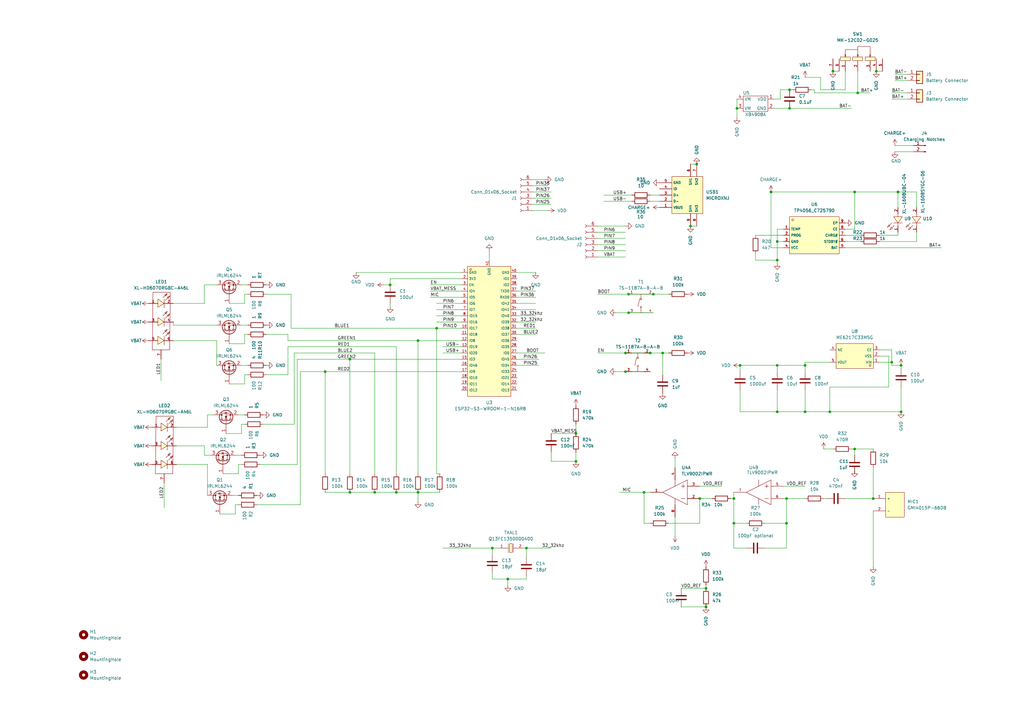
<source format=kicad_sch>
(kicad_sch (version 20231120) (generator "eeschema") (generator_version "8.0")
  (paper "A3")
  (junction (at 322.58 214.63))
  (junction (at 341.63 29.21))
  (junction (at 369.57 168.91))
  (junction (at 287.02 204.47))
  (junction (at 215.9 224.79))
  (junction (at 330.2 149.86))
  (junction (at 323.85 36.83))
  (junction (at 289.56 248.92))
  (junction (at 266.7 144.78))
  (junction (at 143.51 201.93))
  (junction (at 143.51 147.32))
  (junction (at 153.67 201.93))
  (junction (at 300.99 214.63))
  (junction (at 318.77 99.06))
  (junction (at 316.23 78.74))
  (junction (at 201.93 224.79))
  (junction (at 267.97 120.65))
  (junction (at 350.52 78.74))
  (junction (at 368.3 78.74))
  (junction (at 365.76 148.59))
  (junction (at 256.54 144.78))
  (junction (at 323.85 44.45))
  (junction (at 369.57 149.86))
  (junction (at 318.77 149.86))
  (junction (at 359.41 29.21))
  (junction (at 358.14 204.47))
  (junction (at 160.02 116.84))
  (junction (at 350.52 184.15))
  (junction (at 285.75 67.31))
  (junction (at 318.77 168.91))
  (junction (at 208.28 237.49))
  (junction (at 303.53 149.86))
  (junction (at 330.2 168.91))
  (junction (at 264.16 201.93))
  (junction (at 318.77 106.68))
  (junction (at 271.78 144.78))
  (junction (at 283.21 92.71))
  (junction (at 289.56 241.3))
  (junction (at 257.81 128.27))
  (junction (at 300.99 204.47))
  (junction (at 171.45 139.7))
  (junction (at 351.79 38.1))
  (junction (at 322.58 204.47))
  (junction (at 236.22 189.23))
  (junction (at 171.45 201.93))
  (junction (at 340.36 168.91))
  (junction (at 257.81 120.65))
  (junction (at 133.35 152.4))
  (junction (at 179.07 134.62))
  (junction (at 256.54 152.4))
  (junction (at 236.22 177.8))
  (junction (at 162.56 201.93))
  (junction (at 302.26 44.45))
  (wire (pts (xy 316.23 78.74) (xy 350.52 78.74)))
  (wire (pts (xy 83.82 116.84) (xy 83.82 124.46)))
  (wire (pts (xy 218.44 78.74) (xy 226.06 78.74)))
  (wire (pts (xy 302.26 44.45) (xy 302.26 40.64)))
  (wire (pts (xy 336.55 36.83) (xy 346.71 36.83)))
  (wire (pts (xy 317.5 44.45) (xy 323.85 44.45)))
  (wire (pts (xy 320.04 40.64) (xy 320.04 36.83)))
  (wire (pts (xy 359.41 29.21) (xy 361.95 29.21)))
  (wire (pts (xy 368.3 78.74) (xy 375.92 78.74)))
  (wire (pts (xy 160.02 124.46) (xy 160.02 125.73)))
  (wire (pts (xy 101.6 153.67) (xy 100.33 153.67)))
  (wire (pts (xy 162.56 142.24) (xy 162.56 194.31)))
  (wire (pts (xy 133.35 152.4) (xy 189.23 152.4)))
  (wire (pts (xy 318.77 107.95) (xy 318.77 106.68)))
  (wire (pts (xy 323.85 44.45) (xy 349.25 44.45)))
  (wire (pts (xy 266.7 144.78) (xy 271.78 144.78)))
  (wire (pts (xy 160.02 114.3) (xy 189.23 114.3)))
  (wire (pts (xy 321.31 93.98) (xy 318.77 93.98)))
  (wire (pts (xy 171.45 139.7) (xy 189.23 139.7)))
  (wire (pts (xy 179.07 127) (xy 189.23 127)))
  (wire (pts (xy 266.7 201.93) (xy 264.16 201.93)))
  (wire (pts (xy 181.61 144.78) (xy 189.23 144.78)))
  (wire (pts (xy 123.19 152.4) (xy 133.35 152.4)))
  (wire (pts (xy 171.45 139.7) (xy 171.45 194.31)))
  (wire (pts (xy 121.92 147.32) (xy 143.51 147.32)))
  (wire (pts (xy 218.44 86.36) (xy 224.79 86.36)))
  (wire (pts (xy 71.12 133.35) (xy 88.9 133.35)))
  (wire (pts (xy 181.61 142.24) (xy 189.23 142.24)))
  (wire (pts (xy 99.06 173.99) (xy 99.06 177.8)))
  (wire (pts (xy 208.28 237.49) (xy 215.9 237.49)))
  (wire (pts (xy 201.93 237.49) (xy 208.28 237.49)))
  (wire (pts (xy 71.12 133.35) (xy 71.12 132.08)))
  (wire (pts (xy 283.21 67.31) (xy 285.75 67.31)))
  (wire (pts (xy 330.2 168.91) (xy 318.77 168.91)))
  (wire (pts (xy 133.35 152.4) (xy 133.35 194.31)))
  (wire (pts (xy 346.71 36.83) (xy 346.71 29.21)))
  (wire (pts (xy 143.51 201.93) (xy 153.67 201.93)))
  (wire (pts (xy 309.88 106.68) (xy 309.88 104.14)))
  (wire (pts (xy 212.09 127) (xy 219.71 127)))
  (wire (pts (xy 276.86 187.96) (xy 276.86 191.77)))
  (wire (pts (xy 96.52 210.82) (xy 90.17 210.82)))
  (wire (pts (xy 252.73 152.4) (xy 256.54 152.4)))
  (wire (pts (xy 236.22 173.99) (xy 236.22 177.8)))
  (wire (pts (xy 303.53 160.02) (xy 303.53 168.91)))
  (wire (pts (xy 153.67 144.78) (xy 153.67 194.31)))
  (wire (pts (xy 337.82 184.15) (xy 341.63 184.15)))
  (wire (pts (xy 212.09 132.08) (xy 219.71 132.08)))
  (wire (pts (xy 340.36 168.91) (xy 369.57 168.91)))
  (wire (pts (xy 349.25 184.15) (xy 350.52 184.15)))
  (wire (pts (xy 368.3 78.74) (xy 368.3 85.09)))
  (wire (pts (xy 303.53 149.86) (xy 303.53 152.4)))
  (wire (pts (xy 283.21 92.71) (xy 285.75 92.71)))
  (wire (pts (xy 303.53 149.86) (xy 318.77 149.86)))
  (wire (pts (xy 176.53 116.84) (xy 189.23 116.84)))
  (wire (pts (xy 266.7 144.78) (xy 256.54 144.78)))
  (wire (pts (xy 157.48 116.84) (xy 160.02 116.84)))
  (wire (pts (xy 93.98 157.48) (xy 100.33 157.48)))
  (wire (pts (xy 86.36 186.69) (xy 83.82 186.69)))
  (wire (pts (xy 295.91 198.12) (xy 295.91 199.39)))
  (wire (pts (xy 306.07 224.79) (xy 300.99 224.79)))
  (wire (pts (xy 71.12 139.7) (xy 88.9 139.7)))
  (wire (pts (xy 99.06 177.8) (xy 92.71 177.8)))
  (wire (pts (xy 330.2 168.91) (xy 330.2 160.02)))
  (wire (pts (xy 109.22 153.67) (xy 118.11 153.67)))
  (wire (pts (xy 245.11 144.78) (xy 256.54 144.78)))
  (wire (pts (xy 72.39 190.5) (xy 85.09 190.5)))
  (wire (pts (xy 247.65 80.01) (xy 259.08 80.01)))
  (wire (pts (xy 330.2 148.59) (xy 330.2 149.86)))
  (wire (pts (xy 218.44 83.82) (xy 226.06 83.82)))
  (wire (pts (xy 119.38 134.62) (xy 179.07 134.62)))
  (wire (pts (xy 97.79 170.18) (xy 100.33 170.18)))
  (wire (pts (xy 245.11 100.33) (xy 256.54 100.33)))
  (wire (pts (xy 212.09 134.62) (xy 219.71 134.62)))
  (wire (pts (xy 83.82 124.46) (xy 71.12 124.46)))
  (wire (pts (xy 118.11 137.16) (xy 118.11 139.7)))
  (wire (pts (xy 212.09 137.16) (xy 219.71 137.16)))
  (wire (pts (xy 271.78 144.78) (xy 271.78 153.67)))
  (wire (pts (xy 364.49 146.05) (xy 364.49 158.75)))
  (wire (pts (xy 215.9 224.79) (xy 215.9 228.6)))
  (wire (pts (xy 300.99 224.79) (xy 300.99 214.63)))
  (wire (pts (xy 321.31 199.39) (xy 330.2 199.39)))
  (wire (pts (xy 179.07 132.08) (xy 189.23 132.08)))
  (wire (pts (xy 367.03 62.23) (xy 374.65 62.23)))
  (wire (pts (xy 245.11 105.41) (xy 256.54 105.41)))
  (wire (pts (xy 179.07 134.62) (xy 179.07 194.31)))
  (wire (pts (xy 100.33 124.46) (xy 93.98 124.46)))
  (wire (pts (xy 247.65 82.55) (xy 259.08 82.55)))
  (wire (pts (xy 339.09 204.47) (xy 337.82 204.47)))
  (wire (pts (xy 96.52 207.01) (xy 96.52 210.82)))
  (wire (pts (xy 120.65 144.78) (xy 153.67 144.78)))
  (wire (pts (xy 300.99 204.47) (xy 300.99 214.63)))
  (wire (pts (xy 287.02 214.63) (xy 287.02 204.47)))
  (wire (pts (xy 215.9 224.79) (xy 226.06 224.79)))
  (wire (pts (xy 179.07 194.31) (xy 180.34 194.31)))
  (wire (pts (xy 309.88 96.52) (xy 321.31 96.52)))
  (wire (pts (xy 218.44 73.66) (xy 223.52 73.66)))
  (wire (pts (xy 100.33 120.65) (xy 100.33 124.46)))
  (wire (pts (xy 100.33 140.97) (xy 93.98 140.97)))
  (wire (pts (xy 330.2 149.86) (xy 330.2 152.4)))
  (wire (pts (xy 85.09 175.26) (xy 72.39 175.26)))
  (wire (pts (xy 364.49 158.75) (xy 340.36 158.75)))
  (wire (pts (xy 100.33 153.67) (xy 100.33 157.48)))
  (wire (pts (xy 340.36 148.59) (xy 330.2 148.59)))
  (wire (pts (xy 208.28 237.49) (xy 208.28 240.03)))
  (wire (pts (xy 353.06 96.52) (xy 346.71 96.52)))
  (wire (pts (xy 83.82 182.88) (xy 72.39 182.88)))
  (wire (pts (xy 171.45 201.93) (xy 180.34 201.93)))
  (wire (pts (xy 212.09 111.76) (xy 219.71 111.76)))
  (wire (pts (xy 289.56 240.03) (xy 289.56 241.3)))
  (wire (pts (xy 120.65 173.99) (xy 120.65 144.78)))
  (wire (pts (xy 340.36 158.75) (xy 340.36 168.91)))
  (wire (pts (xy 107.95 173.99) (xy 120.65 173.99)))
  (wire (pts (xy 300.99 214.63) (xy 306.07 214.63)))
  (wire (pts (xy 179.07 129.54) (xy 189.23 129.54)))
  (wire (pts (xy 176.53 119.38) (xy 189.23 119.38)))
  (wire (pts (xy 88.9 149.86) (xy 88.9 139.7)))
  (wire (pts (xy 367.03 30.48) (xy 372.11 30.48)))
  (wire (pts (xy 368.3 95.25) (xy 368.3 96.52)))
  (wire (pts (xy 101.6 120.65) (xy 100.33 120.65)))
  (wire (pts (xy 95.25 203.2) (xy 97.79 203.2)))
  (wire (pts (xy 109.22 120.65) (xy 119.38 120.65)))
  (wire (pts (xy 320.04 36.83) (xy 323.85 36.83)))
  (wire (pts (xy 200.66 102.87) (xy 200.66 106.6799)))
  (wire (pts (xy 274.32 214.63) (xy 287.02 214.63)))
  (wire (pts (xy 119.38 120.65) (xy 119.38 134.62)))
  (wire (pts (xy 300.99 201.93) (xy 300.99 204.47)))
  (wire (pts (xy 245.11 92.71) (xy 256.54 92.71)))
  (wire (pts (xy 218.44 81.28) (xy 226.06 81.28)))
  (wire (pts (xy 323.85 36.83) (xy 325.12 36.83)))
  (wire (pts (xy 162.56 201.93) (xy 171.45 201.93)))
  (wire (pts (xy 118.11 139.7) (xy 171.45 139.7)))
  (wire (pts (xy 267.97 128.27) (xy 257.81 128.27)))
  (wire (pts (xy 214.63 224.79) (xy 215.9 224.79)))
  (wire (pts (xy 97.79 190.5) (xy 97.79 194.31)))
  (wire (pts (xy 322.58 214.63) (xy 322.58 204.47)))
  (wire (pts (xy 360.68 143.51) (xy 365.76 143.51)))
  (wire (pts (xy 189.23 111.76) (xy 146.05 111.76)))
  (wire (pts (xy 245.11 102.87) (xy 256.54 102.87)))
  (wire (pts (xy 201.93 224.79) (xy 204.47 224.79)))
  (wire (pts (xy 279.4 248.92) (xy 289.56 248.92)))
  (wire (pts (xy 226.06 177.8) (xy 236.22 177.8)))
  (wire (pts (xy 176.53 121.92) (xy 189.23 121.92)))
  (wire (pts (xy 267.97 120.65) (xy 257.81 120.65)))
  (wire (pts (xy 287.02 199.39) (xy 295.91 199.39)))
  (wire (pts (xy 360.68 146.05) (xy 364.49 146.05)))
  (wire (pts (xy 105.41 207.01) (xy 123.19 207.01)))
  (wire (pts (xy 109.22 137.16) (xy 118.11 137.16)))
  (wire (pts (xy 375.92 95.25) (xy 375.92 99.06)))
  (wire (pts (xy 322.58 224.79) (xy 322.58 214.63)))
  (wire (pts (xy 369.57 158.75) (xy 369.57 168.91)))
  (wire (pts (xy 358.14 191.77) (xy 358.14 204.47)))
  (wire (pts (xy 267.97 120.65) (xy 274.32 120.65)))
  (wire (pts (xy 97.79 194.31) (xy 91.44 194.31)))
  (wire (pts (xy 212.09 149.86) (xy 220.98 149.86)))
  (wire (pts (xy 350.52 186.69) (xy 350.52 184.15)))
  (wire (pts (xy 236.22 189.23) (xy 236.22 185.42)))
  (wire (pts (xy 226.06 185.42) (xy 226.06 189.23)))
  (wire (pts (xy 83.82 186.69) (xy 83.82 182.88)))
  (wire (pts (xy 67.31 198.12) (xy 67.31 208.28)))
  (wire (pts (xy 254 201.93) (xy 264.16 201.93)))
  (wire (pts (xy 106.68 190.5) (xy 121.92 190.5)))
  (wire (pts (xy 360.68 148.59) (xy 365.76 148.59)))
  (wire (pts (xy 321.31 99.06) (xy 318.77 99.06)))
  (wire (pts (xy 302.26 44.45) (xy 302.26 48.26)))
  (wire (pts (xy 99.06 149.86) (xy 101.6 149.86)))
  (wire (pts (xy 123.19 152.4) (xy 123.19 207.01)))
  (wire (pts (xy 179.07 134.62) (xy 189.23 134.62)))
  (wire (pts (xy 160.02 114.3) (xy 160.02 116.84)))
  (wire (pts (xy 118.11 142.24) (xy 162.56 142.24)))
  (wire (pts (xy 313.69 214.63) (xy 322.58 214.63)))
  (wire (pts (xy 181.61 224.79) (xy 201.93 224.79)))
  (wire (pts (xy 88.9 116.84) (xy 83.82 116.84)))
  (wire (pts (xy 299.72 204.47) (xy 300.99 204.47)))
  (wire (pts (xy 100.33 137.16) (xy 100.33 140.97)))
  (wire (pts (xy 318.77 149.86) (xy 330.2 149.86)))
  (wire (pts (xy 375.92 99.06) (xy 360.68 99.06)))
  (wire (pts (xy 266.7 80.01) (xy 270.51 80.01)))
  (wire (pts (xy 264.16 201.93) (xy 264.16 214.63)))
  (wire (pts (xy 97.79 207.01) (xy 96.52 207.01)))
  (wire (pts (xy 351.79 29.21) (xy 351.79 38.1)))
  (wire (pts (xy 330.2 168.91) (xy 340.36 168.91)))
  (wire (pts (xy 353.06 99.06) (xy 346.71 99.06)))
  (wire (pts (xy 279.4 241.3) (xy 289.56 241.3)))
  (wire (pts (xy 252.73 128.27) (xy 257.81 128.27)))
  (wire (pts (xy 332.74 36.83) (xy 334.01 36.83)))
  (wire (pts (xy 212.09 129.54) (xy 219.71 129.54)))
  (wire (pts (xy 365.76 149.86) (xy 369.57 149.86)))
  (wire (pts (xy 350.52 93.98) (xy 350.52 78.74)))
  (wire (pts (xy 321.31 101.6) (xy 316.23 101.6)))
  (wire (pts (xy 245.11 95.25) (xy 256.54 95.25)))
  (wire (pts (xy 215.9 237.49) (xy 215.9 236.22)))
  (wire (pts (xy 317.5 40.64) (xy 320.04 40.64)))
  (wire (pts (xy 133.35 201.93) (xy 143.51 201.93)))
  (wire (pts (xy 350.52 184.15) (xy 358.14 184.15)))
  (wire (pts (xy 346.71 101.6) (xy 386.08 101.6)))
  (wire (pts (xy 365.76 148.59) (xy 365.76 149.86)))
  (wire (pts (xy 212.09 144.78) (xy 223.52 144.78)))
  (wire (pts (xy 245.11 120.65) (xy 257.81 120.65)))
  (wire (pts (xy 367.03 33.02) (xy 372.11 33.02)))
  (wire (pts (xy 201.93 234.95) (xy 201.93 237.49)))
  (wire (pts (xy 171.45 205.74) (xy 171.45 201.93)))
  (wire (pts (xy 99.06 190.5) (xy 97.79 190.5)))
  (wire (pts (xy 99.06 116.84) (xy 101.6 116.84)))
  (wire (pts (xy 212.09 147.32) (xy 220.98 147.32)))
  (wire (pts (xy 179.07 124.46) (xy 189.23 124.46)))
  (wire (pts (xy 85.09 170.18) (xy 85.09 175.26)))
  (wire (pts (xy 226.06 189.23) (xy 236.22 189.23)))
  (wire (pts (xy 318.77 99.06) (xy 318.77 106.68)))
  (wire (pts (xy 350.52 194.31) (xy 350.52 193.04)))
  (wire (pts (xy 264.16 214.63) (xy 266.7 214.63)))
  (wire (pts (xy 350.52 78.74) (xy 368.3 78.74)))
  (wire (pts (xy 87.63 170.18) (xy 85.09 170.18)))
  (wire (pts (xy 365.76 40.64) (xy 372.11 40.64)))
  (wire (pts (xy 375.92 78.74) (xy 375.92 85.09)))
  (wire (pts (xy 101.6 137.16) (xy 100.33 137.16)))
  (wire (pts (xy 318.77 168.91) (xy 318.77 160.02)))
  (wire (pts (xy 358.14 209.55) (xy 358.14 232.41)))
  (wire (pts (xy 365.76 38.1) (xy 372.11 38.1)))
  (wire (pts (xy 218.44 76.2) (xy 224.79 76.2)))
  (wire (pts (xy 118.11 153.67) (xy 118.11 142.24)))
  (wire (pts (xy 245.11 97.79) (xy 256.54 97.79)))
  (wire (pts (xy 303.53 168.91) (xy 318.77 168.91)))
  (wire (pts (xy 153.67 201.93) (xy 162.56 201.93)))
  (wire (pts (xy 100.33 173.99) (xy 99.06 173.99)))
  (wire (pts (xy 316.23 101.6) (xy 316.23 78.74)))
  (wire (pts (xy 369.57 149.86) (xy 369.57 151.13)))
  (wire (pts (xy 351.79 38.1) (xy 356.87 38.1)))
  (wire (pts (xy 85.09 203.2) (xy 85.09 190.5)))
  (wire (pts (xy 266.7 152.4) (xy 256.54 152.4)))
  (wire (pts (xy 334.01 38.1) (xy 351.79 38.1)))
  (wire (pts (xy 276.86 212.09) (xy 276.86 219.71)))
  (wire (pts (xy 365.76 143.51) (xy 365.76 148.59)))
  (wire (pts (xy 321.31 204.47) (xy 322.58 204.47)))
  (wire (pts (xy 271.78 144.78) (xy 274.32 144.78)))
  (wire (pts (xy 322.58 204.47) (xy 330.2 204.47)))
  (wire (pts (xy 336.55 31.75) (xy 336.55 36.83)))
  (wire (pts (xy 66.04 147.32) (xy 66.04 156.21)))
  (wire (pts (xy 318.77 93.98) (xy 318.77 99.06)))
  (wire (pts (xy 313.69 224.79) (xy 322.58 224.79)))
  (wire (pts (xy 96.52 186.69) (xy 99.06 186.69)))
  (wire (pts (xy 156.21 109.2199) (xy 156.21 109.22)))
  (wire (pts (xy 346.71 93.98) (xy 350.52 93.98)))
  (wire (pts (xy 143.51 147.32) (xy 143.51 194.31)))
  (wire (pts (xy 336.55 31.75) (xy 330.2 31.75)))
  (wire (pts (xy 346.71 204.47) (xy 358.14 204.47)))
  (wire (pts (xy 341.63 29.21) (xy 344.17 29.21)))
  (wire (pts (xy 368.3 96.52) (xy 360.68 96.52)))
  (wire (pts (xy 318.77 149.86) (xy 318.77 152.4)))
  (wire (pts (xy 99.06 133.35) (xy 101.6 133.35)))
  (wire (pts (xy 121.92 190.5) (xy 121.92 147.32)))
  (wire (pts (xy 367.03 59.69) (xy 374.65 59.69)))
  (wire (pts (xy 212.09 121.92) (xy 219.71 121.92)))
  (wire (pts (xy 292.1 204.47) (xy 287.02 204.47)))
  (wire (pts (xy 334.01 36.83) (xy 334.01 38.1)))
  (wire (pts (xy 201.93 224.79) (xy 201.93 227.33)))
  (wire (pts (xy 212.09 119.38) (xy 219.71 119.38)))
  (wire (pts (xy 318.77 106.68) (xy 309.88 106.68)))
  (wire (pts (xy 212.09 124.46) (xy 219.71 124.46)))
  (wire (pts (xy 266.7 82.55) (xy 270.51 82.55)))
  (wire (pts (xy 143.51 147.32) (xy 189.23 147.32)))
  (label "EN" (at 245.11 144.78 0))
  (label "PIN37" (at 219.71 78.74 0))
  (label "BAT+" (at 367.03 33.02 0))
  (label "GREEN2" (at 138.43 147.32 0))
  (label "RED1" (at 214.63 134.62 0))
  (label "USB+" (at 182.88 144.78 0))
  (label "RED1" (at 138.43 142.24 0))
  (label "BLUE2" (at 214.63 137.16 0))
  (label "MIC" (at 176.53 121.92 0))
  (label "32_32khz" (at 222.25 224.79 0))
  (label "LED1" (at 66.04 153.67 90))
  (label "PIN6" (at 247.65 95.25 0))
  (label "BOOT" (at 215.9 144.78 0))
  (label "BLUE1" (at 137.16 134.62 0))
  (label "VDD_REF" (at 322.58 199.39 0))
  (label "GREEN1" (at 138.43 139.7 0))
  (label "BAT-" (at 367.03 30.48 0))
  (label "PIN7" (at 247.65 97.79 0))
  (label "RED2" (at 138.43 152.4 0))
  (label "PIN8" (at 181.61 129.54 0))
  (label "33_32khz" (at 213.36 129.54 0))
  (label "BAT+" (at 353.06 38.1 0))
  (label "BAT-" (at 344.17 44.45 0))
  (label "PIN37" (at 213.36 119.38 0))
  (label "EN" (at 176.53 116.84 0))
  (label "MIC" (at 255.27 201.93 0))
  (label "PIN36" (at 213.36 121.92 0))
  (label "PIN25" (at 219.71 83.82 0))
  (label "PIN36" (at 219.71 76.2 0))
  (label "PIN26" (at 214.63 147.32 0))
  (label "BLUE2" (at 138.43 144.78 0))
  (label "VDD_REF" (at 279.4 241.3 0))
  (label "PIN10" (at 181.61 134.62 0))
  (label "PIN9" (at 181.61 132.08 0))
  (label "LED2" (at 67.31 204.47 90))
  (label "BAT-" (at 365.76 38.1 0))
  (label "PIN7" (at 181.61 127 0))
  (label "PIN25" (at 214.63 149.86 0))
  (label "USB+" (at 251.46 80.01 0))
  (label "33_32khz" (at 184.15 224.79 0))
  (label "VDD_REF" (at 288.29 199.39 0))
  (label "USB-" (at 182.88 142.24 0))
  (label "PIN8" (at 247.65 100.33 0))
  (label "PIN9" (at 247.65 102.87 0))
  (label "BOOT" (at 245.11 120.65 0))
  (label "VBAT_MESS" (at 176.53 119.38 0))
  (label "USB-" (at 251.46 82.55 0))
  (label "PIN26" (at 219.71 81.28 0))
  (label "VBAT_MESS" (at 226.06 177.8 0))
  (label "PIN6" (at 181.61 124.46 0))
  (label "VBAT" (at 247.65 105.41 0))
  (label "BAT+" (at 381 101.6 0))
  (label "32_32khz" (at 213.36 132.08 0))
  (label "BAT+" (at 365.76 40.64 0))
  (symbol (lib_id "power:VDD") (at 281.94 120.65 270) (unit 1)
    (property "Reference" "#PWR044" (effects (hide yes)))
    (property "Value" "VDD" (at 285.75 120.65 90) (effects (justify left)))
  )
  (symbol (lib_id "power:GND") (at 359.41 29.21 0) (unit 1)
    (property "Reference" "#PWR053" (effects (hide yes)))
    (property "Value" "GND" (at 359.41 33.02 90) (effects (justify right)))
  )
  (symbol (lib_id "power:GND") (at 276.86 187.96 180) (unit 1)
    (property "Reference" "#PWR022" (effects (hide yes)))
    (property "Value" "GND" (at 276.86 184.15 90) (effects (justify right)))
  )
  (symbol (lib_id "Device:C") (at 318.77 156.21 180) (unit 1)
    (property "Reference" "C6" (at 322.58 154.94 0) (effects (justify right)))
    (property "Value" "10uf" (at 322.58 157.48 0) (effects (justify right)))
    (property "Footprint" "Capacitor_SMD:C_0603_1608Metric" (effects (hide yes)))
  )
  (symbol (lib_id "Device:C") (at 350.52 190.5 0) (unit 1)
    (property "Reference" "C11" (at 344.17 189.23 0) (effects (justify left)))
    (property "Value" "1uF" (at 344.17 191.77 0) (effects (justify left)))
    (property "Footprint" "Capacitor_SMD:C_0603_1608Metric" (effects (hide yes)))
  )
  (symbol (lib_name "VBAT_10") (lib_id "power:VBAT") (at 60.96 124.46 90) (unit 1)
    (property "Reference" "#PWR01" (effects (hide yes)))
    (property "Value" "VBAT" (at 55.88 124.46 90))
  )
  (symbol (lib_id "power:VDD") (at 276.86 219.71 180) (unit 1)
    (property "Reference" "#PWR024" (effects (hide yes)))
    (property "Value" "VDD" (at 276.86 224.79 0))
  )
  (symbol (lib_id "Device:R") (at 143.51 198.12 180) (unit 1)
    (property "Reference" "R14" (at 146.05 196.85 0) (effects (justify right)))
    (property "Value" "100k" (at 146.05 199.39 0) (effects (justify right)))
    (property "Footprint" "Resistor_SMD:R_0603_1608Metric" (effects (hide yes)))
  )
  (symbol (lib_id "Device:R") (at 104.14 170.18 90) (mirror x) (unit 1)
    (property "Reference" "R5" (at 105.41 167.64 0) (effects (justify right)))
    (property "Value" "1" (at 102.87 167.64 0) (effects (justify right)))
    (property "Footprint" "Resistor_SMD:R_0603_1608Metric" (effects (hide yes)))
  )
  (symbol (lib_id "TP4056_C725790:TP4056_C725790") (at 334.01 96.52 0) (unit 1)
    (property "Reference" "U6" (at 334.01 83.82 0))
    (property "Value" "TP4056_C725790" (at 334.01 86.36 0))
    (property "Footprint" "Library:ESOP-8_L4.9-W3.9-P1.27-LS6.0-BL-EP" (effects (hide yes)))
    (property "Datasheet" "https://www.mornsun.cn/html/pdf/SCM1501B.html" (effects (hide yes)))
    (property "LCSC" "C725790" (effects (hide yes)))
  )
  (symbol (lib_id "power:VDD") (at 157.48 116.84 90) (unit 1)
    (property "Reference" "#PWR015" (effects (hide yes)))
    (property "Value" "VDD" (at 153.67 116.84 90) (effects (justify left)))
  )
  (symbol (lib_id "power:GND") (at 223.52 73.66 90) (unit 1)
    (property "Reference" "#PWR020" (effects (hide yes)))
    (property "Value" "GND" (at 227.33 73.66 90) (effects (justify right)))
  )
  (symbol (lib_id "Transistor_FET:IRLML6244") (at 93.98 152.4 90) (unit 1)
    (property "Reference" "Q6" (at 93.98 143.51 90))
    (property "Value" "IRLML6244" (at 93.98 146.05 90))
    (property "Footprint" "Package_TO_SOT_SMD:SOT-23" (effects (hide yes)))
    (property "Datasheet" "https://www.infineon.com/dgdl/Infineon-IRLML6244-DataSheet-v01_01-EN.pdf?fileId=5546d462533600a4015356686fed261f" (effects (hide yes)))
  )
  (symbol (lib_id "power:VDD") (at 289.56 232.41 0) (unit 1)
    (property "Reference" "#PWR026" (effects (hide yes)))
    (property "Value" "VDD" (at 289.56 227.33 0))
  )
  (symbol (lib_id "power:GND") (at 270.51 74.93 270) (unit 1)
    (property "Reference" "#PWR041" (effects (hide yes)))
    (property "Value" "GND" (at 266.7 74.93 90) (effects (justify right)))
  )
  (symbol (lib_id "power:GND") (at 208.28 240.03 0) (unit 1)
    (property "Reference" "#PWR047" (effects (hide yes)))
    (property "Value" "GND" (at 210.82 241.3 0) (effects (justify left)))
  )
  (symbol (lib_name "VBAT_8") (lib_id "power:VBAT") (at 60.96 139.7 90) (unit 1)
    (property "Reference" "#PWR03" (effects (hide yes)))
    (property "Value" "VBAT" (at 55.88 139.7 90))
  )
  (symbol (lib_id "Device:C") (at 201.93 231.14 0) (unit 1)
    (property "Reference" "C13" (at 205.74 229.8699 0) (effects (justify left)))
    (property "Value" "18pf" (at 205.74 232.4099 0) (effects (justify left)))
    (property "Footprint" "Capacitor_SMD:C_0603_1608Metric" (effects (hide yes)))
    (property "Description" "Unpolarized capacitor" (effects (hide yes)))
  )
  (symbol (lib_id "power:VDD") (at 281.94 144.78 270) (unit 1)
    (property "Reference" "#PWR08" (effects (hide yes)))
    (property "Value" "VDD" (at 285.75 144.78 90) (effects (justify left)))
  )
  (symbol (lib_id "power:GND") (at 346.71 91.44 90) (unit 1)
    (property "Reference" "#PWR048" (effects (hide yes)))
    (property "Value" "GND" (at 350.52 91.44 90) (effects (justify right)))
  )
  (symbol (lib_id "power:GND") (at 289.56 248.92 0) (unit 1)
    (property "Reference" "#PWR028" (effects (hide yes)))
    (property "Value" "GND" (at 289.56 252.73 90) (effects (justify right)))
  )
  (symbol (lib_id "Device:C") (at 323.85 40.64 0) (unit 1)
    (property "Reference" "C7" (at 327.66 39.37 0) (effects (justify left)))
    (property "Value" "0.1uF" (at 327.66 41.91 0) (effects (justify left)))
    (property "Footprint" "Capacitor_SMD:C_0603_1608Metric" (effects (hide yes)))
  )
  (symbol (lib_name "VBAT_4") (lib_id "power:VBAT") (at 330.2 31.75 0) (unit 1)
    (property "Reference" "#PWR034" (effects (hide yes)))
    (property "Value" "VBAT" (at 330.2 26.67 0))
  )
  (symbol (lib_id "XL-HD6070RGBC-A46L:XL-HD6070RGBC-A46L") (at 66.04 132.08 90) (mirror x) (unit 1)
    (property "Reference" "LED1" (at 66.167 115.57 90))
    (property "Value" "XL-HD6070RGBC-A46L" (at 66.167 118.11 90))
    (property "Footprint" "Library:LED-SMD_XL-HD6070RGBC-A46L" (effects (hide yes)))
    (property "Datasheet" "https://atta.szlcsc.com/upload/public/pdf/source/20230111/33D25E00C3079F1D905D9121522B30DE.pdf" (effects (hide yes)))
    (property "LCSC" "C5349977" (effects (hide yes)))
  )
  (symbol (lib_id "power:GND") (at 160.02 125.73 0) (unit 1)
    (property "Reference" "#PWR016" (effects (hide yes)))
    (property "Value" "GND" (at 160.02 130.81 0))
  )
  (symbol (lib_id "Device:R") (at 262.89 82.55 270) (unit 1)
    (property "Reference" "R36" (at 262.89 86.868 90))
    (property "Value" "10" (at 262.636 88.9 90))
    (property "Footprint" "Resistor_SMD:R_0603_1608Metric" (effects (hide yes)))
    (property "Description" "Resistor" (effects (hide yes)))
  )
  (symbol (lib_id "Device:R") (at 101.6 207.01 90) (unit 1)
    (property "Reference" "R2" (at 102.87 209.55 0) (effects (justify right)))
    (property "Value" "100" (at 100.33 209.55 0) (effects (justify right)))
    (property "Footprint" "Resistor_SMD:R_0603_1608Metric" (effects (hide yes)))
  )
  (symbol (lib_id "XL-1608SYGC-06:XL-1608SYGC-06") (at 375.92 90.17 90) (unit 1)
    (property "Reference" "U10" (at 378.46 89.662 90) (effects (justify right)))
    (property "Value" "XL-1608SYGC-06" (at 378.46 69.85 0) (effects (justify right)))
    (property "Footprint" "Library:LED0603-RD_GREEN" (effects (hide yes)))
    (property "Datasheet" "https://atta.szlcsc.com/upload/public/pdf/source/20190115/C264450_D840E7E570138F41CCE67133F241C738.pdf" (effects (hide yes)))
    (property "LCSC" "C965805" (effects (hide yes)))
  )
  (symbol (lib_id "Device:R") (at 104.14 173.99 90) (unit 1)
    (property "Reference" "R6" (at 105.41 176.53 0) (effects (justify right)))
    (property "Value" "100" (at 102.87 176.53 0) (effects (justify right)))
    (property "Footprint" "Resistor_SMD:R_0603_1608Metric" (effects (hide yes)))
  )
  (symbol (lib_id "Transistor_FET:IRLML6244") (at 93.98 119.38 90) (unit 1)
    (property "Reference" "Q4" (at 93.98 110.49 90))
    (property "Value" "IRLML6244" (at 93.98 113.03 90))
    (property "Footprint" "Package_TO_SOT_SMD:SOT-23" (effects (hide yes)))
    (property "Datasheet" "https://www.infineon.com/dgdl/Infineon-IRLML6244-DataSheet-v01_01-EN.pdf?fileId=5546d462533600a4015356686fed261f" (effects (hide yes)))
  )
  (symbol (lib_id "Device:R") (at 133.35 198.12 180) (unit 1)
    (property "Reference" "R13" (at 135.89 196.85 0) (effects (justify right)))
    (property "Value" "100k" (at 135.89 199.39 0) (effects (justify right)))
    (property "Footprint" "Resistor_SMD:R_0603_1608Metric" (effects (hide yes)))
  )
  (symbol (lib_id "Device:C") (at 342.9 204.47 90) (unit 1)
    (property "Reference" "C4" (at 342.9 196.85 90))
    (property "Value" "470nF" (at 342.9 199.39 90))
    (property "Footprint" "Capacitor_SMD:C_0603_1608Metric" (effects (hide yes)))
  )
  (symbol (lib_id "Device:C") (at 271.78 157.48 180) (unit 1)
    (property "Reference" "C9" (at 275.59 156.21 0) (effects (justify right)))
    (property "Value" "1uf" (at 275.59 158.75 0) (effects (justify right)))
    (property "Footprint" "Capacitor_SMD:C_0603_1608Metric" (effects (hide yes)))
  )
  (symbol (lib_id "power:GND") (at 219.71 111.76 0) (unit 1)
    (property "Reference" "#PWR023" (effects (hide yes)))
    (property "Value" "GND" (at 219.71 116.84 0))
  )
  (symbol (lib_id "Device:R") (at 101.6 203.2 90) (mirror x) (unit 1)
    (property "Reference" "R1" (at 102.87 200.66 0) (effects (justify right)))
    (property "Value" "4" (at 100.33 200.66 0) (effects (justify right)))
    (property "Footprint" "Resistor_SMD:R_0603_1608Metric" (effects (hide yes)))
  )
  (symbol (lib_id "Device:R") (at 358.14 187.96 0) (unit 1)
    (property "Reference" "R29" (at 360.68 186.69 0) (effects (justify left)))
    (property "Value" "10k" (at 360.68 189.23 0) (effects (justify left)))
    (property "Footprint" "Resistor_SMD:R_0603_1608Metric" (effects (hide yes)))
  )
  (symbol (lib_id "Device:R") (at 356.87 96.52 270) (unit 1)
    (property "Reference" "R22" (at 351.79 95.25 90))
    (property "Value" "1k" (at 361.95 95.25 90))
    (property "Footprint" "Resistor_SMD:R_0603_1608Metric" (effects (hide yes)))
  )
  (symbol (lib_id "XL-HD6070RGBC-A46L:XL-HD6070RGBC-A46L") (at 67.31 182.88 90) (mirror x) (unit 1)
    (property "Reference" "LED2" (at 67.437 166.37 90))
    (property "Value" "XL-HD6070RGBC-A46L" (at 67.437 168.91 90))
    (property "Footprint" "Library:LED-SMD_XL-HD6070RGBC-A46L" (effects (hide yes)))
    (property "Datasheet" "https://atta.szlcsc.com/upload/public/pdf/source/20230111/33D25E00C3079F1D905D9121522B30DE.pdf" (effects (hide yes)))
    (property "LCSC" "C5349977" (effects (hide yes)))
  )
  (symbol (lib_id "XL-1608UBC-04:XL-1608UBC-04") (at 368.3 90.17 90) (unit 1)
    (property "Reference" "U9" (at 370.84 89.662 90) (effects (justify right)))
    (property "Value" "XL-1608UBC-04" (at 370.84 71.12 0) (effects (justify right)))
    (property "Footprint" "Library:LED0603-RD_BLUE" (effects (hide yes)))
    (property "Datasheet" "https://atta.szlcsc.com/upload/public/pdf/source/20210617/C2837377_50FC585D376FE0CDA016E524346528FF.pdf" (effects (hide yes)))
    (property "LCSC" "C965807" (effects (hide yes)))
  )
  (symbol (lib_id "Device:R") (at 105.41 153.67 90) (unit 1)
    (property "Reference" "R12" (at 106.68 156.21 0) (effects (justify right)))
    (property "Value" "100" (at 104.14 156.21 0) (effects (justify right)))
    (property "Footprint" "Resistor_SMD:R_0603_1608Metric" (effects (hide yes)))
  )
  (symbol (lib_id "Device:R") (at 105.41 149.86 90) (mirror x) (unit 1)
    (property "Reference" "R11" (at 106.68 147.32 0) (effects (justify right)))
    (property "Value" "4" (at 104.14 147.32 0) (effects (justify right)))
    (property "Footprint" "Resistor_SMD:R_0603_1608Metric" (effects (hide yes)))
  )
  (symbol (lib_id "Device:R") (at 289.56 236.22 180) (unit 1)
    (property "Reference" "R33" (at 292.1 234.95 0) (effects (justify right)))
    (property "Value" "100k" (at 292.1 237.49 0) (effects (justify right)))
    (property "Footprint" "Resistor_SMD:R_0603_1608Metric" (effects (hide yes)))
  )
  (symbol (lib_id "Device:R") (at 180.34 198.12 180) (unit 1)
    (property "Reference" "R18" (at 182.88 196.85 0) (effects (justify right)))
    (property "Value" "100k" (at 182.88 199.39 0) (effects (justify right)))
    (property "Footprint" "Resistor_SMD:R_0603_1608Metric" (effects (hide yes)))
  )
  (symbol (lib_id "power:VDD") (at 303.53 149.86 90) (unit 1)
    (property "Reference" "#PWR032" (effects (hide yes)))
    (property "Value" "VDD" (at 299.72 149.86 90) (effects (justify left)))
  )
  (symbol (lib_id "Q13FC1350000400:Q13FC1350000400") (at 209.55 224.79 0) (unit 1)
    (property "Reference" "TXAL1" (at 209.55 218.44 0))
    (property "Value" "Q13FC1350000400" (at 209.55 220.98 0))
    (property "Footprint" "Crystal:Crystal_SMD_3215-2Pin_3.2x1.5mm" (effects (hide yes)))
    (property "Datasheet" "https://item.szlcsc.com/49622.html" (effects (hide yes)))
    (property "LCSC" "C32346" (effects (hide yes)))
  )
  (symbol (lib_id "Device:R") (at 328.93 36.83 90) (unit 1)
    (property "Reference" "R21" (at 326.39 31.75 90))
    (property "Value" "1k" (at 326.39 34.29 90))
    (property "Footprint" "Resistor_SMD:R_0603_1608Metric" (effects (hide yes)))
  )
  (symbol (lib_id "Device:R") (at 102.87 186.69 90) (mirror x) (unit 1)
    (property "Reference" "R3" (at 104.14 184.15 0) (effects (justify right)))
    (property "Value" "1" (at 101.6 184.15 0) (effects (justify right)))
    (property "Footprint" "Resistor_SMD:R_0603_1608Metric" (effects (hide yes)))
  )
  (symbol (lib_id "Device:C") (at 309.88 224.79 90) (unit 1)
    (property "Reference" "C2" (at 309.88 217.17 90))
    (property "Value" "100pF optional" (at 309.88 219.71 90))
    (property "Footprint" "Capacitor_SMD:C_0603_1608Metric" (effects (hide yes)))
  )
  (symbol (lib_id "Device:C") (at 226.06 181.61 180) (unit 1)
    (property "Reference" "C12" (at 229.87 180.3399 0) (effects (justify right)))
    (property "Value" "100nF" (at 229.87 182.8799 0) (effects (justify right)))
    (property "Footprint" "Capacitor_SMD:C_0603_1608Metric" (effects (hide yes)))
  )
  (symbol (lib_id "Device:C") (at 279.4 245.11 0) (unit 1)
    (property "Reference" "C3" (at 273.05 243.84 0) (effects (justify left)))
    (property "Value" "100nf" (at 273.05 246.38 0) (effects (justify left)))
    (property "Footprint" "Capacitor_SMD:C_0603_1608Metric" (effects (hide yes)))
  )
  (symbol (lib_id "Connector_Generic:Conn_01x02") (at 377.19 30.48 0) (unit 1)
    (property "Reference" "J5" (at 379.73 30.48 0) (effects (justify left)))
    (property "Value" "Battery Connector" (at 379.73 33.02 0) (effects (justify left)))
    (property "Footprint" "Connector_JST:JST_PH_B2B-PH-K_1x02_P2.00mm_Vertical" (effects (hide yes)))
  )
  (symbol (lib_id "Mechanical:MountingHole") (at 34.29 276.86 0) (unit 1)
    (property "Reference" "H3" (at 36.83 275.5899 0) (effects (justify left)))
    (property "Value" "MountingHole" (at 36.83 278.1299 0) (effects (justify left)))
    (property "Footprint" "MountingHole:MountingHole_3.2mm_M3" (effects (hide yes)))
    (property "Description" "Mounting Hole without connection" (effects (hide yes)))
  )
  (symbol (lib_id "Device:R") (at 334.01 204.47 90) (unit 1)
    (property "Reference" "R28" (at 334.01 198.12 90))
    (property "Value" "10k" (at 334.01 200.66 90))
    (property "Footprint" "Resistor_SMD:R_0603_1608Metric" (effects (hide yes)))
  )
  (symbol (lib_id "Transistor_FET:IRLML6244") (at 93.98 135.89 90) (unit 1)
    (property "Reference" "Q5" (at 93.98 127 90))
    (property "Value" "IRLML6244" (at 93.98 129.54 90))
    (property "Footprint" "Package_TO_SOT_SMD:SOT-23" (effects (hide yes)))
    (property "Datasheet" "https://www.infineon.com/dgdl/Infineon-IRLML6244-DataSheet-v01_01-EN.pdf?fileId=5546d462533600a4015356686fed261f" (effects (hide yes)))
  )
  (symbol (lib_id "power:GND") (at 146.05 111.76 0) (unit 1)
    (property "Reference" "#PWR018" (effects (hide yes)))
    (property "Value" "GND" (at 146.05 115.57 0))
  )
  (symbol (lib_id "Device:R") (at 295.91 204.47 90) (unit 1)
    (property "Reference" "R34" (at 289.56 207.01 90))
    (property "Value" "10k" (at 294.64 207.01 90))
    (property "Footprint" "Resistor_SMD:R_0603_1608Metric" (effects (hide yes)))
  )
  (symbol (lib_id "power:GND") (at 252.73 152.4 270) (unit 1)
    (property "Reference" "#PWR07" (effects (hide yes)))
    (property "Value" "GND" (at 248.92 152.4 90) (effects (justify right)))
  )
  (symbol (lib_id "Connector:Conn_01x02_Pin") (at 379.73 59.69 0) (mirror y) (unit 1)
    (property "Reference" "J4" (at 379.095 54.61 0))
    (property "Value" "Charging Notches" (at 379.095 57.15 0))
    (property "Footprint" "Library:ChargingNotches" (effects (hide yes)))
  )
  (symbol (lib_id "power:GND") (at 369.57 168.91 0) (unit 1)
    (property "Reference" "#PWR040" (effects (hide yes)))
    (property "Value" "GND" (at 369.57 172.72 90) (effects (justify right)))
  )
  (symbol (lib_id "MK-12C02-G025:MK-12C02-G025") (at 351.79 24.13 0) (unit 1)
    (property "Reference" "SW1" (at 351.79 13.97 0))
    (property "Value" "MK-12C02-G025" (at 351.79 16.51 0))
    (property "Footprint" "Library:SW-SMD_MK-12C02-G025" (effects (hide yes)))
    (property "Datasheet" "https://item.szlcsc.com/826787.html" (effects (hide yes)))
    (property "LCSC" "C778186" (effects (hide yes)))
  )
  (symbol (lib_id "power:GND") (at 350.52 193.04 0) (unit 1)
    (property "Reference" "#PWR046" (effects (hide yes)))
    (property "Value" "GND" (at 350.52 196.85 90) (effects (justify right)))
  )
  (symbol (lib_id "Device:R") (at 262.89 80.01 270) (unit 1)
    (property "Reference" "R35" (at 262.89 73.66 90))
    (property "Value" "10" (at 262.89 76.2 90))
    (property "Footprint" "Resistor_SMD:R_0603_1608Metric" (effects (hide yes)))
    (property "Description" "Resistor" (effects (hide yes)))
  )
  (symbol (lib_id "Device:R") (at 356.87 99.06 270) (unit 1)
    (property "Reference" "R23" (at 351.79 97.79 90))
    (property "Value" "1k" (at 361.95 97.79 90))
    (property "Footprint" "Resistor_SMD:R_0603_1608Metric" (effects (hide yes)))
  )
  (symbol (lib_id "power:GND") (at 302.26 48.26 0) (unit 1)
    (property "Reference" "#PWR027" (effects (hide yes)))
    (property "Value" "GND" (at 302.26 52.07 90) (effects (justify right)))
  )
  (symbol (lib_id "power:GND") (at 271.78 161.29 0) (unit 1)
    (property "Reference" "#PWR045" (effects (hide yes)))
    (property "Value" "GND" (at 271.78 166.37 0))
  )
  (symbol (lib_id "MICROXNJ:MICROXNJ") (at 280.67 80.01 0) (unit 1)
    (property "Reference" "USB1" (at 289.56 78.74 0) (effects (justify left)))
    (property "Value" "MICROXNJ" (at 289.56 81.28 0) (effects (justify left)))
    (property "Footprint" "Library:MICRO-USB-SMD_MICROXNJ" (effects (hide yes)))
    (property "Datasheet" "https://item.szlcsc.com/392534.html" (effects (hide yes)))
    (property "LCSC" "C404969" (effects (hide yes)))
  )
  (symbol (lib_id "TS-1187A-B-A-B:TS-1187A-B-A-B") (at 262.89 123.19 0) (unit 1)
    (property "Reference" "T1" (at 262.89 115.57 0))
    (property "Value" "TS-1187A-B-A-B" (at 262.89 118.11 0))
    (property "Footprint" "Library:SW-SMD_4P-L5.1-W5.1-P3.70-LS6.5-TL-2" (effects (hide yes)))
    (property "Datasheet" "https://item.szlcsc.com/300285.html" (effects (hide yes)))
    (property "LCSC" "C318884" (effects (hide yes)))
  )
  (symbol (lib_id "power:GND") (at 285.75 67.31 180) (unit 1)
    (property "Reference" "#PWR050" (effects (hide yes)))
    (property "Value" "GND" (at 285.75 63.5 90) (effects (justify right)))
  )
  (symbol (lib_id "Device:R") (at 309.88 214.63 270) (unit 1)
    (property "Reference" "R27" (at 309.88 208.28 90))
    (property "Value" "100k" (at 309.88 210.82 90))
    (property "Footprint" "Resistor_SMD:R_0603_1608Metric" (effects (hide yes)))
  )
  (symbol (lib_id "Device:R") (at 162.56 198.12 180) (unit 1)
    (property "Reference" "R16" (at 165.1 196.85 0) (effects (justify right)))
    (property "Value" "100k" (at 165.1 199.39 0) (effects (justify right)))
    (property "Footprint" "Resistor_SMD:R_0603_1608Metric" (effects (hide yes)))
  )
  (symbol (lib_id "Device:R") (at 171.45 198.12 180) (unit 1)
    (property "Reference" "R17" (at 173.99 196.85 0) (effects (justify right)))
    (property "Value" "100k" (at 173.99 199.39 0) (effects (justify right)))
    (property "Footprint" "Resistor_SMD:R_0603_1608Metric" (effects (hide yes)))
  )
  (symbol (lib_id "Device:R") (at 102.87 190.5 90) (unit 1)
    (property "Reference" "R4" (at 104.14 193.04 0) (effects (justify right)))
    (property "Value" "100" (at 101.6 193.04 0) (effects (justify right)))
    (property "Footprint" "Resistor_SMD:R_0603_1608Metric" (effects (hide yes)))
  )
  (symbol (lib_id "power:GND") (at 200.66 102.87 180) (unit 1)
    (property "Reference" "#PWR021" (effects (hide yes)))
    (property "Value" "GND" (at 200.66 97.79 0))
  )
  (symbol (lib_name "VBAT_11") (lib_id "power:VBAT") (at 367.03 59.69 0) (unit 1)
    (property "Reference" "#PWR037" (effects (hide yes)))
    (property "Value" "CHARGE+" (at 367.03 54.61 0))
  )
  (symbol (lib_id "Device:C") (at 303.53 156.21 0) (unit 1)
    (property "Reference" "C5" (at 307.34 154.9399 0) (effects (justify left)))
    (property "Value" "1000uf" (at 307.34 157.4799 0) (effects (justify left)))
    (property "Footprint" "Library:CAP-SMD_BD8.0-L8.3-W8.3-FD" (effects (hide yes)))
  )
  (symbol (lib_name "VBAT_1") (lib_id "power:VBAT") (at 369.57 149.86 0) (unit 1)
    (property "Reference" "#PWR039" (effects (hide yes)))
    (property "Value" "VBAT" (at 369.57 144.78 0))
  )
  (symbol (lib_id "TS-1187A-B-A-B:TS-1187A-B-A-B") (at 261.62 147.32 0) (unit 1)
    (property "Reference" "T2" (at 261.62 139.7 0))
    (property "Value" "TS-1187A-B-A-B" (at 261.62 142.24 0))
    (property "Footprint" "Library:SW-SMD_4P-L5.1-W5.1-P3.70-LS6.5-TL-2" (effects (hide yes)))
    (property "Datasheet" "https://item.szlcsc.com/300285.html" (effects (hide yes)))
    (property "LCSC" "C318884" (effects (hide yes)))
  )
  (symbol (lib_id "Device:R") (at 105.41 137.16 90) (unit 1)
    (property "Reference" "R10" (at 106.68 139.7 0) (effects (justify right)))
    (property "Value" "100" (at 104.14 139.7 0) (effects (justify right)))
    (property "Footprint" "Resistor_SMD:R_0603_1608Metric" (effects (hide yes)))
  )
  (symbol (lib_id "Connector:Conn_01x06_Socket") (at 213.36 81.28 180) (unit 1)
    (property "Reference" "J1" (at 212.09 81.28 0) (effects (justify left)))
    (property "Value" "Conn_01x06_Socket" (at 212.09 78.74 0) (effects (justify left)))
    (property "Footprint" "Library:HDR-TH_6P-P2.54-V-F" (effects (hide yes)))
  )
  (symbol (lib_id "power:GND") (at 109.22 116.84 90) (unit 1)
    (property "Reference" "#PWR012" (effects (hide yes)))
    (property "Value" "GND" (at 113.03 116.84 90) (effects (justify right)))
  )
  (symbol (lib_id "power:VBAT") (at 316.23 78.74 0) (unit 1)
    (property "Reference" "#PWR030" (effects (hide yes)))
    (property "Value" "CHARGE+" (at 316.23 73.66 0))
  )
  (symbol (lib_id "power:GND") (at 109.22 149.86 90) (unit 1)
    (property "Reference" "#PWR014" (effects (hide yes)))
    (property "Value" "GND" (at 113.03 149.86 90) (effects (justify right)))
  )
  (symbol (lib_id "Device:C") (at 330.2 156.21 180) (unit 1)
    (property "Reference" "C8" (at 334.01 154.94 0) (effects (justify right)))
    (property "Value" "100nf" (at 334.01 157.48 0) (effects (justify right)))
    (property "Footprint" "Capacitor_SMD:C_0603_1608Metric" (effects (hide yes)))
  )
  (symbol (lib_id "Transistor_FET:IRLML6244") (at 91.44 189.23 90) (unit 1)
    (property "Reference" "Q2" (at 91.44 180.34 90))
    (property "Value" "IRLML6244" (at 91.44 182.88 90))
    (property "Footprint" "Package_TO_SOT_SMD:SOT-23" (effects (hide yes)))
    (property "Datasheet" "https://www.infineon.com/dgdl/Infineon-IRLML6244-DataSheet-v01_01-EN.pdf?fileId=5546d462533600a4015356686fed261f" (effects (hide yes)))
  )
  (symbol (lib_id "power:GND") (at 171.45 205.74 0) (unit 1)
    (property "Reference" "#PWR017" (effects (hide yes)))
    (property "Value" "GND" (at 173.99 207.01 0) (effects (justify left)))
  )
  (symbol (lib_id "Battery_Management:XB4908A") (at 309.88 41.91 0) (mirror y) (unit 1)
    (property "Reference" "U5" (at 306.07 38.1 0))
    (property "Value" "XB4908A" (at 309.88 46.99 0))
    (property "Footprint" "Library:XB4908A" (effects (hide yes)))
  )
  (symbol (lib_id "power:GND") (at 252.73 128.27 270) (unit 1)
    (property "Reference" "#PWR036" (effects (hide yes)))
    (property "Value" "GND" (at 248.92 128.27 90) (effects (justify right)))
  )
  (symbol (lib_id "Connector_Generic:Conn_01x02") (at 377.19 38.1 0) (unit 1)
    (property "Reference" "J3" (at 379.73 38.1 0) (effects (justify left)))
    (property "Value" "Battery Connector" (at 379.73 40.64 0) (effects (justify left)))
    (property "Footprint" "Connector_JST:JST_PH_B2B-PH-K_1x02_P2.00mm_Vertical" (effects (hide yes)))
  )
  (symbol (lib_id "Device:C") (at 215.9 232.41 0) (unit 1)
    (property "Reference" "C14" (at 219.71 231.1399 0) (effects (justify left)))
    (property "Value" "18pf" (at 219.71 233.6799 0) (effects (justify left)))
    (property "Footprint" "Capacitor_SMD:C_0603_1608Metric" (effects (hide yes)))
    (property "Description" "Unpolarized capacitor" (effects (hide yes)))
  )
  (symbol (lib_id "power:GND") (at 236.22 189.23 0) (unit 1)
    (property "Reference" "#PWR025" (effects (hide yes)))
    (property "Value" "GND" (at 236.22 194.31 0))
  )
  (symbol (lib_id "power:GND") (at 341.63 29.21 0) (unit 1)
    (property "Reference" "#PWR052" (effects (hide yes)))
    (property "Value" "GND" (at 341.63 33.02 90) (effects (justify right)))
  )
  (symbol (lib_name "VBAT_7") (lib_id "power:VBAT") (at 62.23 190.5 90) (unit 1)
    (property "Reference" "#PWR06" (effects (hide yes)))
    (property "Value" "VBAT" (at 57.15 190.5 90))
  )
  (symbol (lib_id "ME6217C33M5G:ME6217C33M5G") (at 350.52 146.05 180) (unit 1)
    (property "Reference" "U8" (at 350.52 135.89 0))
    (property "Value" "ME6217C33M5G" (at 350.52 138.43 0))
    (property "Footprint" "Library:SOT-23-5_L3.0-W1.7-P0.95-LS2.8-BR" (effects (hide yes)))
    (property "Datasheet" "https://item.szlcsc.com/236104.html" (effects (hide yes)))
    (property "LCSC" "C427602" (effects (hide yes)))
  )
  (symbol (lib_id "Device:R") (at 236.22 170.18 0) (unit 1)
    (property "Reference" "R19" (at 238.76 168.9099 0) (effects (justify left)))
    (property "Value" "470k" (at 238.76 171.4499 0) (effects (justify left)))
    (property "Footprint" "Resistor_SMD:R_0603_1608Metric" (effects (hide yes)))
  )
  (symbol (lib_id "power:GND") (at 358.14 232.41 0) (unit 1)
    (property "Reference" "#PWR035" (effects (hide yes)))
    (property "Value" "GND" (at 358.14 236.22 90) (effects (justify right)))
  )
  (symbol (lib_id "Connector:Conn_01x06_Socket") (at 240.03 100.33 180) (unit 1)
    (property "Reference" "J2" (at 238.76 100.33 0) (effects (justify left)))
    (property "Value" "Conn_01x06_Socket" (at 238.76 97.79 0) (effects (justify left)))
    (property "Footprint" "Library:HDR-TH_6P-P2.54-V-F" (effects (hide yes)))
  )
  (symbol (lib_id "power:GND") (at 283.21 92.71 0) (unit 1)
    (property "Reference" "#PWR049" (effects (hide yes)))
    (property "Value" "GND" (at 283.21 96.52 90) (effects (justify right)))
  )
  (symbol (lib_id "Device:C") (at 369.57 154.94 0) (unit 1)
    (property "Reference" "C10" (at 373.38 153.6699 0) (effects (justify left)))
    (property "Value" "100uf" (at 373.38 156.2099 0) (effects (justify left)))
    (property "Footprint" "Library:CASE-B_3528" (effects (hide yes)))
  )
  (symbol (lib_id "Device:R") (at 153.67 198.12 180) (unit 1)
    (property "Reference" "R15" (at 156.21 196.85 0) (effects (justify right)))
    (property "Value" "100k" (at 156.21 199.39 0) (effects (justify right)))
    (property "Footprint" "Resistor_SMD:R_0603_1608Metric" (effects (hide yes)))
  )
  (symbol (lib_id "power:GND") (at 106.68 186.69 90) (unit 1)
    (property "Reference" "#PWR010" (effects (hide yes)))
    (property "Value" "GND" (at 110.49 186.69 90) (effects (justify right)))
  )
  (symbol (lib_id "Device:R") (at 278.13 144.78 270) (unit 1)
    (property "Reference" "R30" (at 278.13 138.43 90))
    (property "Value" "100k" (at 278.13 140.97 90))
    (property "Footprint" "Resistor_SMD:R_0603_1608Metric" (effects (hide yes)))
  )
  (symbol (lib_id "B4013AM423-093:B4013AM423-093") (at 365.76 207.01 270) (unit 1)
    (property "Reference" "MIC1" (at 372.11 205.7399 90) (effects (justify left)))
    (property "Value" "GMI4015P-66DB" (at 372.11 208.2799 90) (effects (justify left)))
    (property "Footprint" "fpx:MIC-TH_BD4.0-P1.4-D0.4-L-FD" (effects (hide yes)))
    (property "Datasheet" "https://atta.szlcsc.com/upload/public/pdf/source/20180813/C233790_F5B864A011312A7BF4487DA03A0EE7FB.pdf" (effects (hide yes)))
    (property "LCSC" "C529912" (effects (hide yes)))
  )
  (symbol (lib_id "power:GND") (at 107.95 170.18 90) (unit 1)
    (property "Reference" "#PWR011" (effects (hide yes)))
    (property "Value" "GND" (at 111.76 170.18 90) (effects (justify right)))
  )
  (symbol (lib_id "Device:R") (at 105.41 120.65 90) (unit 1)
    (property "Reference" "R8" (at 106.68 123.19 0) (effects (justify right)))
    (property "Value" "100" (at 104.14 123.19 0) (effects (justify right)))
    (property "Footprint" "Resistor_SMD:R_0603_1608Metric" (effects (hide yes)))
  )
  (symbol (lib_id "power:GND") (at 105.41 203.2 90) (unit 1)
    (property "Reference" "#PWR09" (effects (hide yes)))
    (property "Value" "GND" (at 109.22 203.2 90) (effects (justify right)))
  )
  (symbol (lib_id "Device:R") (at 309.88 100.33 180) (unit 1)
    (property "Reference" "R20" (at 312.42 99.06 0) (effects (justify right)))
    (property "Value" "4k7" (at 312.42 101.6 0) (effects (justify right)))
    (property "Footprint" "Resistor_SMD:R_0603_1608Metric" (effects (hide yes)))
  )
  (symbol (lib_id "power:VDD") (at 337.82 184.15 0) (unit 1)
    (property "Reference" "#PWR033" (effects (hide yes)))
    (property "Value" "VDD" (at 337.82 179.07 0))
  )
  (symbol (lib_id "Device:R") (at 105.41 116.84 90) (mirror x) (unit 1)
    (property "Reference" "R7" (at 106.68 114.3 0) (effects (justify right)))
    (property "Value" "1" (at 104.14 114.3 0) (effects (justify right)))
    (property "Footprint" "Resistor_SMD:R_0603_1608Metric" (effects (hide yes)))
  )
  (symbol (lib_name "VBAT_4") (lib_id "power:VBAT") (at 236.22 166.37 0) (unit 1)
    (property "Reference" "#PWR029" (effects (hide yes)))
    (property "Value" "VBAT" (at 236.22 161.29 0))
  )
  (symbol (lib_id "power:VDD") (at 224.79 86.36 270) (unit 1)
    (property "Reference" "#PWR019" (effects (hide yes)))
    (property "Value" "VDD" (at 228.6 86.36 90) (effects (justify left)))
  )
  (symbol (lib_id "TLV9002IDR:TLV9002IDR") (at 311.15 201.93 180) (unit 2)
    (property "Reference" "U4" (at 309.118 191.77 0))
    (property "Value" "TLV9002IPWR" (at 312.674 193.802 0))
    (property "Footprint" "Library:TSSOP-8_L4.4-W3.0-P0.65-LS6.4-BL-2" (effects (hide yes)))
    (property "Datasheet" "https://so.szlcsc.com/global.html?c=&k=C9843" (effects (hide yes)))
    (property "LCSC" "C398359" (effects (hide yes)))
  )
  (symbol (lib_id "Device:C") (at 160.02 120.65 0) (unit 1)
    (property "Reference" "C1" (at 163.83 119.3799 0) (effects (justify left)))
    (property "Value" "100uf" (at 163.83 121.9199 0) (effects (justify left)))
    (property "Footprint" "Library:CASE-B_3528" (effects (hide yes)))
  )
  (symbol (lib_name "VBAT_5") (lib_id "power:VBAT") (at 62.23 175.26 90) (unit 1)
    (property "Reference" "#PWR04" (effects (hide yes)))
    (property "Value" "VBAT" (at 57.15 175.26 90))
  )
  (symbol (lib_id "Device:R") (at 278.13 120.65 270) (unit 1)
    (property "Reference" "R31" (at 278.13 114.3 90))
    (property "Value" "100k" (at 278.13 116.84 90))
    (property "Footprint" "Resistor_SMD:R_0603_1608Metric" (effects (hide yes)))
  )
  (symbol (lib_id "Device:R") (at 236.22 181.61 0) (unit 1)
    (property "Reference" "R24" (at 238.76 180.3399 0) (effects (justify left)))
    (property "Value" "470k" (at 238.76 182.8799 0) (effects (justify left)))
    (property "Footprint" "Resistor_SMD:R_0603_1608Metric" (effects (hide yes)))
  )
  (symbol (lib_id "Mechanical:MountingHole") (at 34.29 260.35 0) (unit 1)
    (property "Reference" "H1" (at 36.83 259.0799 0) (effects (justify left)))
    (property "Value" "MountingHole" (at 36.83 261.6199 0) (effects (justify left)))
    (property "Footprint" "MountingHole:MountingHole_3.2mm_M3" (effects (hide yes)))
    (property "Description" "Mounting Hole without connection" (effects (hide yes)))
  )
  (symbol (lib_id "Device:R") (at 105.41 133.35 90) (mirror x) (unit 1)
    (property "Reference" "R9" (at 106.68 130.81 0) (effects (justify right)))
    (property "Value" "1" (at 104.14 130.81 0) (effects (justify right)))
    (property "Footprint" "Resistor_SMD:R_0603_1608Metric" (effects (hide yes)))
  )
  (symbol (lib_id "Mechanical:MountingHole") (at 34.29 269.24 0) (unit 1)
    (property "Reference" "H2" (at 36.83 267.9699 0) (effects (justify left)))
    (property "Value" "MountingHole" (at 36.83 270.5099 0) (effects (justify left)))
    (property "Footprint" "MountingHole:MountingHole_3.2mm_M3" (effects (hide yes)))
    (property "Description" "Mounting Hole without connection" (effects (hide yes)))
  )
  (symbol (lib_id "Transistor_FET:IRLML6244") (at 90.17 205.74 90) (unit 1)
    (property "Reference" "Q1" (at 90.17 196.85 90))
    (property "Value" "IRLML6244" (at 90.17 199.39 90))
    (property "Footprint" "Package_TO_SOT_SMD:SOT-23" (effects (hide yes)))
    (property "Datasheet" "https://www.infineon.com/dgdl/Infineon-IRLML6244-DataSheet-v01_01-EN.pdf?fileId=5546d462533600a4015356686fed261f" (effects (hide yes)))
  )
  (symbol (lib_id "power:GND") (at 367.03 62.23 0) (unit 1)
    (property "Reference" "#PWR038" (effects (hide yes)))
    (property "Value" "GND" (at 369.57 66.04 0) (effects (justify right)))
  )
  (symbol (lib_id "TLV9002IDR:TLV9002IDR") (at 276.86 201.93 180) (unit 1)
    (property "Reference" "U4" (at 279.5051 191.77 0) (effects (justify right)))
    (property "Value" "TLV9002IPWR" (at 279.5051 194.31 0) (effects (justify right)))
    (property "Footprint" "Library:TSSOP-8_L4.4-W3.0-P0.65-LS6.4-BL-2" (effects (hide yes)))
    (property "Datasheet" "https://so.szlcsc.com/global.html?c=&k=C9843" (effects (hide yes)))
    (property "LCSC" "C398359" (effects (hide yes)))
  )
  (symbol (lib_name "VBAT_6") (lib_id "power:VBAT") (at 62.23 182.88 90) (unit 1)
    (property "Reference" "#PWR05" (effects (hide yes)))
    (property "Value" "VBAT" (at 57.15 182.88 90))
  )
  (symbol (lib_id "Transistor_FET:IRLML6244") (at 92.71 172.72 90) (unit 1)
    (property "Reference" "Q3" (at 92.71 163.83 90))
    (property "Value" "IRLML6244" (at 92.71 166.37 90))
    (property "Footprint" "Package_TO_SOT_SMD:SOT-23" (effects (hide yes)))
    (property "Datasheet" "https://www.infineon.com/dgdl/Infineon-IRLML6244-DataSheet-v01_01-EN.pdf?fileId=5546d462533600a4015356686fed261f" (effects (hide yes)))
  )
  (symbol (lib_id "power:GND") (at 318.77 107.95 0) (unit 1)
    (property "Reference" "#PWR031" (effects (hide yes)))
    (property "Value" "GND" (at 318.77 111.76 90) (effects (justify right)))
  )
  (symbol (lib_id "power:GND") (at 109.22 133.35 90) (unit 1)
    (property "Reference" "#PWR013" (effects (hide yes)))
    (property "Value" "GND" (at 113.03 133.35 90) (effects (justify right)))
  )
  (symbol (lib_id "Device:R") (at 289.56 245.11 180) (unit 1)
    (property "Reference" "R26" (at 292.1 243.84 0) (effects (justify right)))
    (property "Value" "47k" (at 292.1 246.38 0) (effects (justify right)))
    (property "Footprint" "Resistor_SMD:R_0603_1608Metric" (effects (hide yes)))
  )
  (symbol (lib_id "Device:R") (at 270.51 214.63 90) (unit 1)
    (property "Reference" "R25" (at 270.51 208.28 90))
    (property "Value" "100k" (at 270.51 210.82 90))
    (property "Footprint" "Resistor_SMD:R_0603_1608Metric" (effects (hide yes)))
  )
  (symbol (lib_name "VBAT_9") (lib_id "power:VBAT") (at 60.96 132.08 90) (unit 1)
    (property "Reference" "#PWR02" (effects (hide yes)))
    (property "Value" "VBAT" (at 55.88 132.08 90))
  )
  (symbol (lib_id "power:GND") (at 256.54 92.71 90) (unit 1)
    (property "Reference" "#PWR043" (effects (hide yes)))
    (property "Value" "GND" (at 260.35 92.71 90) (effects (justify right)))
  )
  (symbol (lib_name "VBAT_11") (lib_id "power:VBAT") (at 270.51 85.09 90) (unit 1)
    (property "Reference" "#PWR042" (effects (hide yes)))
    (property "Value" "CHARGE+" (at 266.7 85.09 90) (effects (justify left)))
  )
  (symbol (lib_id "Device:R") (at 345.44 184.15 90) (unit 1)
    (property "Reference" "R32" (at 345.44 177.8 90))
    (property "Value" "470R" (at 345.44 180.34 90))
    (property "Footprint" "Resistor_SMD:R_0603_1608Metric" (effects (hide yes)))
  )
  (symbol (lib_id "ESP32-S2-SOLO-2-N4:ESP32-S2-SOLO-2-N4") (at 200.66 135.89 0) (unit 1)
    (property "Reference" "U3" (at 200.66 165.1 0))
    (property "Value" " ESP32-S3-WROOM-1-N16R8" (at 200.66 167.64 0))
    (property "Footprint" "Library:WIRELM-SMD_ESP32-S3-WROOM-1" (effects (hide yes)))
    (property "Datasheet" "https://www.mouser.cn/datasheet/2/891/Espressif_ESP32_S3_WROOM_1_1U_Preliminary-2530171.pdf" (effects (hide yes)))
    (property "LCSC" "C3040594" (effects (hide yes)))
  )
)
</source>
